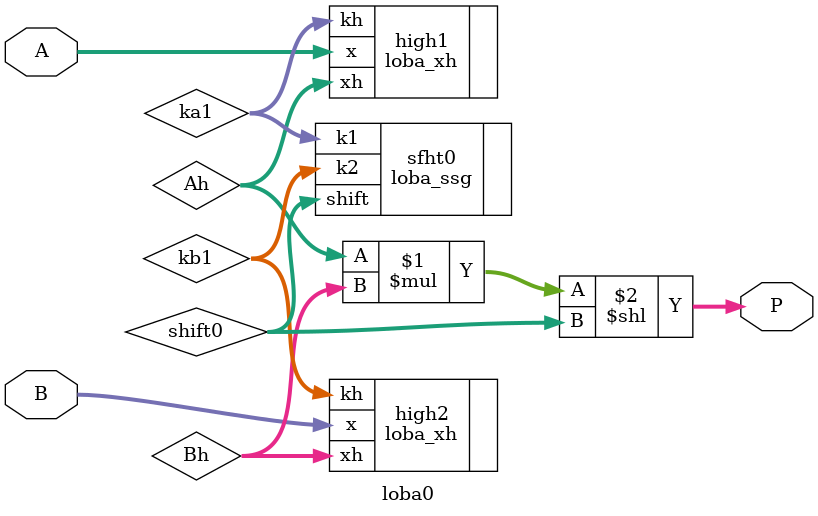
<source format=v>
module loba0 #(
    parameter N=16,
    parameter K=4)
    (A, B, P);

    input [N-1:0] A;
    input [N-1:0] B;
    output reg [(2*N)-1:0] P;

    reg [K-1:0] Ah, Bh;
    reg [N-1:0] ka1, kb1;
    integer shift0;

    loba_xh high1 (.x(A), .xh(Ah), .kh(ka1));
    loba_xh high2 (.x(B), .xh(Bh), .kh(kb1));

    loba_ssg sfht0 (.k1(ka1), .k2(kb1), .shift(shift0));

    assign P =
        (Ah * Bh) << shift0;

endmodule

</source>
